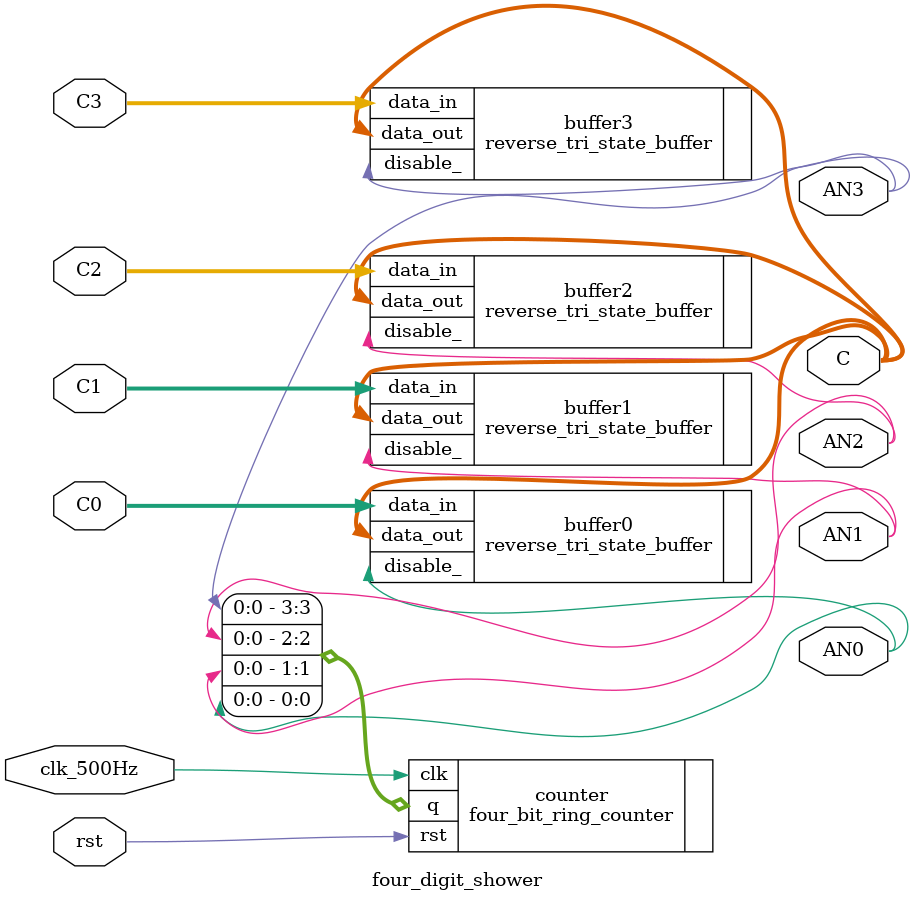
<source format=v>
`include "four_bit_ring_counter.v"
`include "reverse_tri_state_buffer.v"

module four_digit_shower(
    input clk_500Hz, rst,
    input [6:0] C3, C2, C1, C0,
    output reg AN3, AN2, AN1, AN0,
    output reg [6:0] C
);

four_bit_ring_counter counter(
    .clk(clk_500Hz),
    .rst(rst),
    .q({AN3, AN2, AN1, AN0})
);

reverse_tri_state_buffer buffer0(
    .data_in(C0),
    .disable_(AN0),
    .data_out(C)
);

reverse_tri_state_buffer buffer1(
    .data_in(C1),
    .disable_(AN1),
    .data_out(C)
);

reverse_tri_state_buffer buffer2(
    .data_in(C2),
    .disable_(AN2),
    .data_out(C)
);

reverse_tri_state_buffer buffer3(
    .data_in(C3),
    .disable_(AN3),
    .data_out(C)
);

endmodule

</source>
